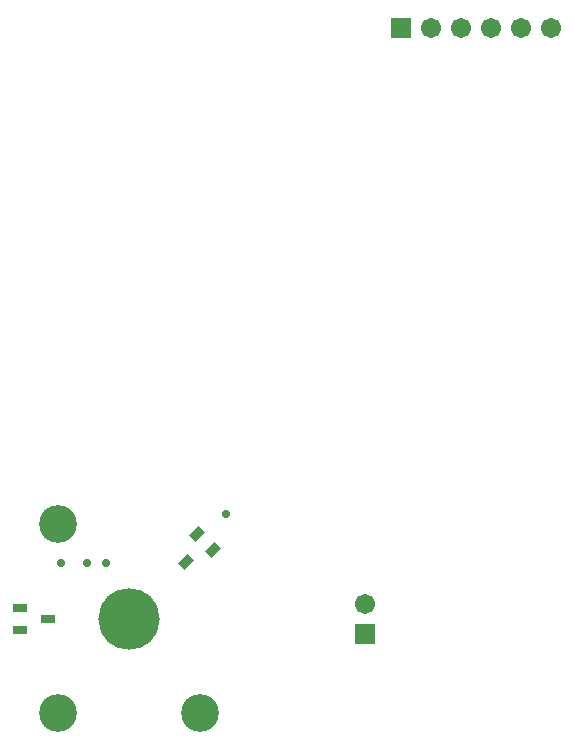
<source format=gbs>
G04 Layer_Color=16711935*
%FSLAX25Y25*%
%MOIN*%
G70*
G01*
G75*
G04:AMPARAMS|DCode=22|XSize=31.62mil|YSize=45.4mil|CornerRadius=0mil|HoleSize=0mil|Usage=FLASHONLY|Rotation=315.000|XOffset=0mil|YOffset=0mil|HoleType=Round|Shape=Rectangle|*
%AMROTATEDRECTD22*
4,1,4,-0.02723,-0.00487,0.00487,0.02723,0.02723,0.00487,-0.00487,-0.02723,-0.02723,-0.00487,0.0*
%
%ADD22ROTATEDRECTD22*%

%ADD23R,0.04540X0.03162*%
%ADD24C,0.12611*%
%ADD25C,0.20485*%
%ADD26R,0.06706X0.06706*%
%ADD27C,0.06706*%
%ADD28R,0.06706X0.06706*%
%ADD29C,0.02800*%
D22*
X18973Y18973D02*
D03*
X28160Y22871D02*
D03*
X22871Y28160D02*
D03*
D23*
X-26870Y0D02*
D03*
X-36122Y3740D02*
D03*
Y-3740D02*
D03*
D24*
X-23622Y31496D02*
D03*
X23622Y-31496D02*
D03*
X-23622D02*
D03*
D25*
X0Y0D02*
D03*
D26*
X90551Y196850D02*
D03*
D27*
X100551D02*
D03*
X110551D02*
D03*
X120551D02*
D03*
X130551D02*
D03*
X140551D02*
D03*
X78740Y5000D02*
D03*
D28*
Y-5000D02*
D03*
D29*
X32500Y35000D02*
D03*
X-22500Y18500D02*
D03*
X-14000D02*
D03*
X-7500D02*
D03*
M02*

</source>
